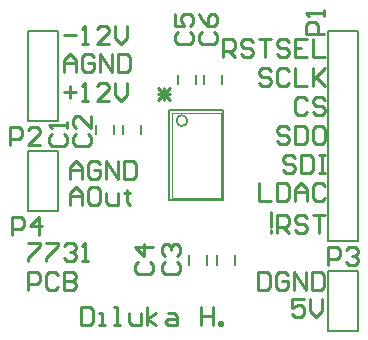
<source format=gto>
G04 Layer_Color=65535*
%FSLAX25Y25*%
%MOIN*%
G70*
G01*
G75*
%ADD17C,0.00600*%
%ADD18C,0.00787*%
%ADD19C,0.00200*%
%ADD20C,0.01000*%
D17*
X61500Y75018D02*
G03*
X61500Y75018I-1800J0D01*
G01*
X55513Y78518D02*
X73487D01*
Y48482D02*
Y78518D01*
X55513Y48482D02*
X73487D01*
X55513D02*
Y78518D01*
D18*
X8500Y75000D02*
X18500D01*
X8500D02*
Y105000D01*
X18500D01*
Y75000D02*
Y105000D01*
X8500Y45000D02*
Y65000D01*
Y45000D02*
X18500D01*
Y65000D01*
X8500D02*
X18500D01*
X108500Y5000D02*
Y25000D01*
Y5000D02*
X118500D01*
Y25000D01*
X108500D02*
X118500D01*
X64453Y87240D02*
Y90390D01*
X58547Y87240D02*
Y90390D01*
X77453Y26925D02*
Y30075D01*
X71547Y26925D02*
Y30075D01*
X31047Y70425D02*
Y73575D01*
X36953Y70425D02*
Y73575D01*
X108500Y35000D02*
X118500D01*
X108500D02*
Y105000D01*
X118500D01*
Y35000D02*
Y105000D01*
X67953Y26925D02*
Y30075D01*
X62047Y26925D02*
Y30075D01*
X72953Y87240D02*
Y90390D01*
X67047Y87240D02*
Y90390D01*
X40047Y70425D02*
Y73575D01*
X45953Y70425D02*
Y73575D01*
D19*
X56413Y77618D02*
X72587D01*
Y49382D02*
Y77618D01*
X56413Y49382D02*
X72587D01*
X56413D02*
Y77618D01*
D20*
X8500Y34096D02*
X12499D01*
Y33096D01*
X8500Y29097D01*
Y28098D01*
X14498Y34096D02*
X18497D01*
Y33096D01*
X14498Y29097D01*
Y28098D01*
X20496Y33096D02*
X21496Y34096D01*
X23495D01*
X24495Y33096D01*
Y32096D01*
X23495Y31097D01*
X22496D01*
X23495D01*
X24495Y30097D01*
Y29097D01*
X23495Y28098D01*
X21496D01*
X20496Y29097D01*
X26494Y28098D02*
X28493D01*
X27494D01*
Y34096D01*
X26494Y33096D01*
X8500Y18500D02*
Y24498D01*
X11499D01*
X12499Y23498D01*
Y21499D01*
X11499Y20499D01*
X8500D01*
X18497Y23498D02*
X17497Y24498D01*
X15498D01*
X14498Y23498D01*
Y19500D01*
X15498Y18500D01*
X17497D01*
X18497Y19500D01*
X20496Y24498D02*
Y18500D01*
X23495D01*
X24495Y19500D01*
Y20499D01*
X23495Y21499D01*
X20496D01*
X23495D01*
X24495Y22499D01*
Y23498D01*
X23495Y24498D01*
X20496D01*
X26000Y12998D02*
Y7000D01*
X28999D01*
X29999Y8000D01*
Y11998D01*
X28999Y12998D01*
X26000D01*
X31998Y7000D02*
X33997D01*
X32998D01*
Y10999D01*
X31998D01*
X36996Y7000D02*
X38996D01*
X37996D01*
Y12998D01*
X36996D01*
X41995Y10999D02*
Y8000D01*
X42994Y7000D01*
X45994D01*
Y10999D01*
X47993Y7000D02*
Y12998D01*
Y8999D02*
X50992Y10999D01*
X47993Y8999D02*
X50992Y7000D01*
X54991Y10999D02*
X56990D01*
X57990Y9999D01*
Y7000D01*
X54991D01*
X53991Y8000D01*
X54991Y8999D01*
X57990D01*
X65987Y12998D02*
Y7000D01*
Y9999D01*
X69986D01*
Y12998D01*
Y7000D01*
X71985D02*
Y8000D01*
X72985D01*
Y7000D01*
X71985D01*
X73486Y96086D02*
Y102084D01*
X76486D01*
X77485Y101084D01*
Y99085D01*
X76486Y98085D01*
X73486D01*
X75486D02*
X77485Y96086D01*
X83483Y101084D02*
X82484Y102084D01*
X80484D01*
X79484Y101084D01*
Y100084D01*
X80484Y99085D01*
X82484D01*
X83483Y98085D01*
Y97085D01*
X82484Y96086D01*
X80484D01*
X79484Y97085D01*
X85483Y102084D02*
X89481D01*
X87482D01*
Y96086D01*
X95479Y101084D02*
X94480Y102084D01*
X92480D01*
X91481Y101084D01*
Y100084D01*
X92480Y99085D01*
X94480D01*
X95479Y98085D01*
Y97085D01*
X94480Y96086D01*
X92480D01*
X91481Y97085D01*
X101477Y102084D02*
X97479D01*
Y96086D01*
X101477D01*
X97479Y99085D02*
X99478D01*
X103477Y102084D02*
Y96086D01*
X107475D01*
X89481Y91486D02*
X88482Y92486D01*
X86482D01*
X85483Y91486D01*
Y90487D01*
X86482Y89487D01*
X88482D01*
X89481Y88487D01*
Y87488D01*
X88482Y86488D01*
X86482D01*
X85483Y87488D01*
X95479Y91486D02*
X94480Y92486D01*
X92480D01*
X91481Y91486D01*
Y87488D01*
X92480Y86488D01*
X94480D01*
X95479Y87488D01*
X97479Y92486D02*
Y86488D01*
X101477D01*
X103477Y92486D02*
Y86488D01*
Y88487D01*
X107475Y92486D01*
X104476Y89487D01*
X107475Y86488D01*
X101477Y81889D02*
X100478Y82888D01*
X98478D01*
X97479Y81889D01*
Y77890D01*
X98478Y76890D01*
X100478D01*
X101477Y77890D01*
X107475Y81889D02*
X106476Y82888D01*
X104476D01*
X103477Y81889D01*
Y80889D01*
X104476Y79889D01*
X106476D01*
X107475Y78890D01*
Y77890D01*
X106476Y76890D01*
X104476D01*
X103477Y77890D01*
X95479Y72291D02*
X94480Y73291D01*
X92480D01*
X91481Y72291D01*
Y71291D01*
X92480Y70292D01*
X94480D01*
X95479Y69292D01*
Y68292D01*
X94480Y67293D01*
X92480D01*
X91481Y68292D01*
X97479Y73291D02*
Y67293D01*
X100478D01*
X101477Y68292D01*
Y72291D01*
X100478Y73291D01*
X97479D01*
X106476D02*
X104476D01*
X103477Y72291D01*
Y68292D01*
X104476Y67293D01*
X106476D01*
X107475Y68292D01*
Y72291D01*
X106476Y73291D01*
X97479Y62693D02*
X96479Y63693D01*
X94480D01*
X93480Y62693D01*
Y61694D01*
X94480Y60694D01*
X96479D01*
X97479Y59694D01*
Y58695D01*
X96479Y57695D01*
X94480D01*
X93480Y58695D01*
X99478Y63693D02*
Y57695D01*
X102477D01*
X103477Y58695D01*
Y62693D01*
X102477Y63693D01*
X99478D01*
X105476D02*
X107475D01*
X106476D01*
Y57695D01*
X105476D01*
X107475D01*
X85483Y54095D02*
Y48097D01*
X89481D01*
X91481Y54095D02*
Y48097D01*
X94480D01*
X95479Y49097D01*
Y53096D01*
X94480Y54095D01*
X91481D01*
X97479Y48097D02*
Y52096D01*
X99478Y54095D01*
X101477Y52096D01*
Y48097D01*
Y51096D01*
X97479D01*
X107475Y53096D02*
X106476Y54095D01*
X104476D01*
X103477Y53096D01*
Y49097D01*
X104476Y48097D01*
X106476D01*
X107475Y49097D01*
X89481Y39499D02*
Y44498D01*
Y38500D02*
Y37500D01*
X91481D02*
Y43498D01*
X94480D01*
X95479Y42498D01*
Y40499D01*
X94480Y39499D01*
X91481D01*
X93480D02*
X95479Y37500D01*
X101477Y42498D02*
X100478Y43498D01*
X98478D01*
X97479Y42498D01*
Y41499D01*
X98478Y40499D01*
X100478D01*
X101477Y39499D01*
Y38500D01*
X100478Y37500D01*
X98478D01*
X97479Y38500D01*
X103477Y43498D02*
X107475D01*
X105476D01*
Y37500D01*
X20500Y103694D02*
X24499D01*
X26498Y100695D02*
X28497D01*
X27498D01*
Y106693D01*
X26498Y105694D01*
X35495Y100695D02*
X31496D01*
X35495Y104694D01*
Y105694D01*
X34495Y106693D01*
X32496D01*
X31496Y105694D01*
X37495Y106693D02*
Y102695D01*
X39494Y100695D01*
X41493Y102695D01*
Y106693D01*
X20500Y91098D02*
Y95096D01*
X22499Y97096D01*
X24499Y95096D01*
Y91098D01*
Y94097D01*
X20500D01*
X30497Y96096D02*
X29497Y97096D01*
X27498D01*
X26498Y96096D01*
Y92097D01*
X27498Y91098D01*
X29497D01*
X30497Y92097D01*
Y94097D01*
X28497D01*
X32496Y91098D02*
Y97096D01*
X36495Y91098D01*
Y97096D01*
X38494D02*
Y91098D01*
X41493D01*
X42493Y92097D01*
Y96096D01*
X41493Y97096D01*
X38494D01*
X20500Y84499D02*
X24499D01*
X22499Y86498D02*
Y82500D01*
X26498Y81500D02*
X28497D01*
X27498D01*
Y87498D01*
X26498Y86498D01*
X35495Y81500D02*
X31496D01*
X35495Y85499D01*
Y86498D01*
X34495Y87498D01*
X32496D01*
X31496Y86498D01*
X37495Y87498D02*
Y83499D01*
X39494Y81500D01*
X41493Y83499D01*
Y87498D01*
X51700Y85798D02*
X55699Y81800D01*
X51700D02*
X55699Y85798D01*
X51700Y83799D02*
X55699D01*
X53699Y81800D02*
Y85798D01*
X16502Y70499D02*
X15502Y69499D01*
Y67500D01*
X16502Y66500D01*
X20500D01*
X21500Y67500D01*
Y69499D01*
X20500Y70499D01*
X21500Y72498D02*
Y74497D01*
Y73498D01*
X15502D01*
X16502Y72498D01*
X24502Y70499D02*
X23502Y69499D01*
Y67500D01*
X24502Y66500D01*
X28500D01*
X29500Y67500D01*
Y69499D01*
X28500Y70499D01*
X29500Y76497D02*
Y72498D01*
X25501Y76497D01*
X24502D01*
X23502Y75497D01*
Y73498D01*
X24502Y72498D01*
X54002Y27999D02*
X53002Y26999D01*
Y25000D01*
X54002Y24000D01*
X58000D01*
X59000Y25000D01*
Y26999D01*
X58000Y27999D01*
X54002Y29998D02*
X53002Y30998D01*
Y32997D01*
X54002Y33997D01*
X55001D01*
X56001Y32997D01*
Y31997D01*
Y32997D01*
X57001Y33997D01*
X58000D01*
X59000Y32997D01*
Y30998D01*
X58000Y29998D01*
X45002Y27999D02*
X44002Y26999D01*
Y25000D01*
X45002Y24000D01*
X49000D01*
X50000Y25000D01*
Y26999D01*
X49000Y27999D01*
X50000Y32997D02*
X44002D01*
X47001Y29998D01*
Y33997D01*
X58502Y104499D02*
X57502Y103499D01*
Y101500D01*
X58502Y100500D01*
X62500D01*
X63500Y101500D01*
Y103499D01*
X62500Y104499D01*
X57502Y110497D02*
Y106498D01*
X60501D01*
X59501Y108497D01*
Y109497D01*
X60501Y110497D01*
X62500D01*
X63500Y109497D01*
Y107498D01*
X62500Y106498D01*
X66502Y104499D02*
X65502Y103499D01*
Y101500D01*
X66502Y100500D01*
X70500D01*
X71500Y101500D01*
Y103499D01*
X70500Y104499D01*
X65502Y110497D02*
X66502Y108497D01*
X68501Y106498D01*
X70500D01*
X71500Y107498D01*
Y109497D01*
X70500Y110497D01*
X69501D01*
X68501Y109497D01*
Y106498D01*
X107000Y104000D02*
X101002D01*
Y106999D01*
X102002Y107999D01*
X104001D01*
X105001Y106999D01*
Y104000D01*
X107000Y109998D02*
Y111997D01*
Y110998D01*
X101002D01*
X102002Y109998D01*
X2500Y67000D02*
Y72998D01*
X5499D01*
X6499Y71998D01*
Y69999D01*
X5499Y68999D01*
X2500D01*
X12497Y67000D02*
X8498D01*
X12497Y70999D01*
Y71998D01*
X11497Y72998D01*
X9498D01*
X8498Y71998D01*
X108500Y27000D02*
Y32998D01*
X111499D01*
X112499Y31998D01*
Y29999D01*
X111499Y28999D01*
X108500D01*
X114498Y31998D02*
X115498Y32998D01*
X117497D01*
X118497Y31998D01*
Y30999D01*
X117497Y29999D01*
X116497D01*
X117497D01*
X118497Y28999D01*
Y28000D01*
X117497Y27000D01*
X115498D01*
X114498Y28000D01*
X3000Y37000D02*
Y42998D01*
X5999D01*
X6999Y41998D01*
Y39999D01*
X5999Y38999D01*
X3000D01*
X11997Y37000D02*
Y42998D01*
X8998Y39999D01*
X12997D01*
X100499Y15498D02*
X96500D01*
Y12499D01*
X98499Y13499D01*
X99499D01*
X100499Y12499D01*
Y10500D01*
X99499Y9500D01*
X97500D01*
X96500Y10500D01*
X102498Y15498D02*
Y11499D01*
X104497Y9500D01*
X106497Y11499D01*
Y15498D01*
X85000Y24498D02*
Y18500D01*
X87999D01*
X88999Y19500D01*
Y23498D01*
X87999Y24498D01*
X85000D01*
X94997Y23498D02*
X93997Y24498D01*
X91998D01*
X90998Y23498D01*
Y19500D01*
X91998Y18500D01*
X93997D01*
X94997Y19500D01*
Y21499D01*
X92997D01*
X96996Y18500D02*
Y24498D01*
X100995Y18500D01*
Y24498D01*
X102994D02*
Y18500D01*
X105993D01*
X106993Y19500D01*
Y23498D01*
X105993Y24498D01*
X102994D01*
X22500Y55500D02*
Y59499D01*
X24499Y61498D01*
X26499Y59499D01*
Y55500D01*
Y58499D01*
X22500D01*
X32497Y60498D02*
X31497Y61498D01*
X29498D01*
X28498Y60498D01*
Y56500D01*
X29498Y55500D01*
X31497D01*
X32497Y56500D01*
Y58499D01*
X30497D01*
X34496Y55500D02*
Y61498D01*
X38495Y55500D01*
Y61498D01*
X40494D02*
Y55500D01*
X43493D01*
X44493Y56500D01*
Y60498D01*
X43493Y61498D01*
X40494D01*
X22500Y47000D02*
Y50999D01*
X24499Y52998D01*
X26499Y50999D01*
Y47000D01*
Y49999D01*
X22500D01*
X31497Y52998D02*
X29498D01*
X28498Y51998D01*
Y48000D01*
X29498Y47000D01*
X31497D01*
X32497Y48000D01*
Y51998D01*
X31497Y52998D01*
X34496Y50999D02*
Y48000D01*
X35496Y47000D01*
X38495D01*
Y50999D01*
X41494Y51998D02*
Y50999D01*
X40494D01*
X42494D01*
X41494D01*
Y48000D01*
X42494Y47000D01*
M02*

</source>
